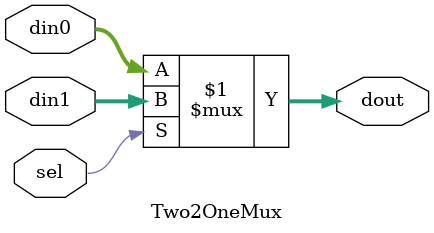
<source format=v>
module Two2OneMux #(
    parameter               Width = 24
)   (
    input   wire    [Width-1:0] din0,
    input   wire    [Width-1:0] din1,
    input   wire                sel,
    output  wire    [Width-1:0] dout
);

assign  dout    =   sel ?   din1    :   din0;

endmodule
</source>
